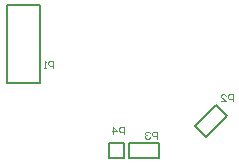
<source format=gbo>
%FSAX44Y44*%
%MOMM*%
G71*
G01*
G75*
G04 Layer_Color=32896*
%ADD10R,0.5000X0.6000*%
%ADD11R,0.6000X0.5000*%
%ADD12R,0.7000X0.9000*%
%ADD13R,0.3000X0.6000*%
%ADD14R,1.5500X1.5500*%
%ADD15R,0.6500X0.2000*%
%ADD16R,0.2000X0.6500*%
%ADD17R,0.9000X0.7000*%
%ADD18O,0.8000X0.2000*%
%ADD19O,0.2000X0.8000*%
%ADD20R,4.6000X4.6000*%
%ADD21R,1.0000X2.0000*%
%ADD22R,0.7112X0.2286*%
%ADD23R,1.1500X1.4000*%
%ADD24R,0.4500X0.3500*%
%ADD25R,0.3500X0.4500*%
%ADD26C,0.1500*%
%ADD27C,0.3000*%
%ADD28C,0.5000*%
%ADD29C,0.2000*%
%ADD30C,0.9000*%
%ADD31C,0.6000*%
%ADD32C,0.8000*%
%ADD33R,0.9000X0.9000*%
%ADD34C,0.2500*%
%ADD35C,0.1250*%
%ADD36R,0.6500X0.7500*%
%ADD37R,0.7500X0.6500*%
%ADD38R,0.8500X1.0500*%
%ADD39R,0.4500X0.7500*%
%ADD40R,1.7000X1.7000*%
%ADD41R,0.8000X0.3500*%
%ADD42R,0.3500X0.8000*%
%ADD43R,1.0500X0.8500*%
%ADD44O,0.9500X0.3500*%
%ADD45O,0.3500X0.9500*%
%ADD46R,4.7500X4.7500*%
%ADD47R,1.1500X2.1500*%
%ADD48R,0.9144X0.4318*%
%ADD49R,1.3000X1.5500*%
%ADD50R,0.6000X0.5000*%
%ADD51R,0.5000X0.6000*%
%ADD52C,1.0500*%
%ADD53C,0.7500*%
%ADD54C,0.9500*%
%ADD55R,1.0500X1.0500*%
D29*
X02933368Y02435128D02*
X02946068D01*
X02933368Y02422428D02*
Y02435128D01*
Y02422428D02*
X02946068D01*
X02946068Y02435128D02*
X02946068Y02422428D01*
X03006147Y02449288D02*
X03024108Y02467248D01*
X03006147Y02449288D02*
X03015128Y02440308D01*
X03033088Y02458268D01*
X03024108Y02467248D02*
X03033088Y02458268D01*
X02950168Y02435128D02*
X02975568D01*
X02950168Y02422428D02*
Y02435128D01*
Y02422428D02*
X02975568Y02422428D01*
X02975568Y02435128D02*
X02975568Y02422428D01*
X02846648Y02552198D02*
X02874588D01*
X02874588Y02486158D01*
X02846648Y02486158D02*
X02874588Y02486158D01*
X02846648Y02486158D02*
Y02552198D01*
D35*
X02885868Y02498528D02*
Y02504526D01*
X02882869D01*
X02881869Y02503526D01*
Y02501527D01*
X02882869Y02500527D01*
X02885868D01*
X02879870Y02498528D02*
X02877870D01*
X02878870D01*
Y02504526D01*
X02879870Y02503526D01*
X02945892Y02442464D02*
Y02448462D01*
X02942893D01*
X02941893Y02447462D01*
Y02445463D01*
X02942893Y02444463D01*
X02945892D01*
X02936895Y02442464D02*
Y02448462D01*
X02939894Y02445463D01*
X02935895D01*
X03037868Y02470278D02*
Y02476276D01*
X03034869D01*
X03033869Y02475276D01*
Y02473277D01*
X03034869Y02472277D01*
X03037868D01*
X03027871Y02470278D02*
X03031870D01*
X03027871Y02474277D01*
Y02475276D01*
X03028871Y02476276D01*
X03030870D01*
X03031870Y02475276D01*
X02973618Y02438778D02*
Y02444776D01*
X02970619D01*
X02969619Y02443776D01*
Y02441777D01*
X02970619Y02440777D01*
X02973618D01*
X02967620Y02443776D02*
X02966620Y02444776D01*
X02964621D01*
X02963621Y02443776D01*
Y02442777D01*
X02964621Y02441777D01*
X02965621D01*
X02964621D01*
X02963621Y02440777D01*
Y02439778D01*
X02964621Y02438778D01*
X02966620D01*
X02967620Y02439778D01*
M02*

</source>
